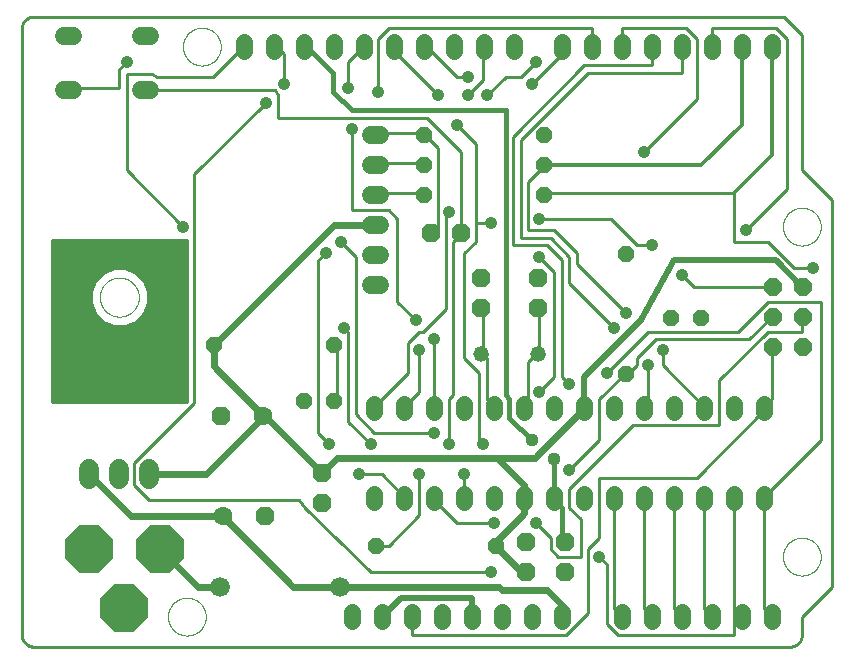
<source format=gtl>
G75*
%MOIN*%
%OFA0B0*%
%FSLAX25Y25*%
%IPPOS*%
%LPD*%
%AMOC8*
5,1,8,0,0,1.08239X$1,22.5*
%
%ADD10C,0.01000*%
%ADD11C,0.00000*%
%ADD12C,0.05600*%
%ADD13OC8,0.06102*%
%ADD14OC8,0.15748*%
%ADD15C,0.07677*%
%ADD16C,0.06600*%
%ADD17C,0.06600*%
%ADD18OC8,0.05200*%
%ADD19C,0.06000*%
%ADD20C,0.05200*%
%ADD21OC8,0.06300*%
%ADD22C,0.06300*%
%ADD23C,0.05937*%
%ADD24C,0.02400*%
%ADD25C,0.02000*%
%ADD26C,0.04362*%
%ADD27C,0.01600*%
%ADD28C,0.04400*%
%ADD29C,0.04200*%
%ADD30C,0.01200*%
D10*
X0081798Y0009437D02*
X0081798Y0211563D01*
X0081800Y0211687D01*
X0081806Y0211810D01*
X0081815Y0211934D01*
X0081829Y0212056D01*
X0081846Y0212179D01*
X0081868Y0212301D01*
X0081893Y0212422D01*
X0081922Y0212542D01*
X0081954Y0212661D01*
X0081991Y0212780D01*
X0082031Y0212897D01*
X0082074Y0213012D01*
X0082122Y0213127D01*
X0082173Y0213239D01*
X0082227Y0213350D01*
X0082285Y0213460D01*
X0082346Y0213567D01*
X0082411Y0213673D01*
X0082479Y0213776D01*
X0082550Y0213877D01*
X0082624Y0213976D01*
X0082701Y0214073D01*
X0082782Y0214167D01*
X0082865Y0214258D01*
X0082951Y0214347D01*
X0083040Y0214433D01*
X0083131Y0214516D01*
X0083225Y0214597D01*
X0083322Y0214674D01*
X0083421Y0214748D01*
X0083522Y0214819D01*
X0083625Y0214887D01*
X0083731Y0214952D01*
X0083838Y0215013D01*
X0083948Y0215071D01*
X0084059Y0215125D01*
X0084171Y0215176D01*
X0084286Y0215224D01*
X0084401Y0215267D01*
X0084518Y0215307D01*
X0084637Y0215344D01*
X0084756Y0215376D01*
X0084876Y0215405D01*
X0084997Y0215430D01*
X0085119Y0215452D01*
X0085242Y0215469D01*
X0085364Y0215483D01*
X0085488Y0215492D01*
X0085611Y0215498D01*
X0085735Y0215500D01*
X0335798Y0215500D01*
X0341798Y0209500D01*
X0341798Y0164500D01*
X0351798Y0154500D01*
X0351798Y0025500D01*
X0341798Y0015500D01*
X0341798Y0009437D01*
X0341796Y0009313D01*
X0341790Y0009190D01*
X0341781Y0009066D01*
X0341767Y0008944D01*
X0341750Y0008821D01*
X0341728Y0008699D01*
X0341703Y0008578D01*
X0341674Y0008458D01*
X0341642Y0008339D01*
X0341605Y0008220D01*
X0341565Y0008103D01*
X0341522Y0007988D01*
X0341474Y0007873D01*
X0341423Y0007761D01*
X0341369Y0007650D01*
X0341311Y0007540D01*
X0341250Y0007433D01*
X0341185Y0007327D01*
X0341117Y0007224D01*
X0341046Y0007123D01*
X0340972Y0007024D01*
X0340895Y0006927D01*
X0340814Y0006833D01*
X0340731Y0006742D01*
X0340645Y0006653D01*
X0340556Y0006567D01*
X0340465Y0006484D01*
X0340371Y0006403D01*
X0340274Y0006326D01*
X0340175Y0006252D01*
X0340074Y0006181D01*
X0339971Y0006113D01*
X0339865Y0006048D01*
X0339758Y0005987D01*
X0339648Y0005929D01*
X0339537Y0005875D01*
X0339425Y0005824D01*
X0339310Y0005776D01*
X0339195Y0005733D01*
X0339078Y0005693D01*
X0338959Y0005656D01*
X0338840Y0005624D01*
X0338720Y0005595D01*
X0338599Y0005570D01*
X0338477Y0005548D01*
X0338354Y0005531D01*
X0338232Y0005517D01*
X0338108Y0005508D01*
X0337985Y0005502D01*
X0337861Y0005500D01*
X0085735Y0005500D01*
X0085611Y0005502D01*
X0085488Y0005508D01*
X0085364Y0005517D01*
X0085242Y0005531D01*
X0085119Y0005548D01*
X0084997Y0005570D01*
X0084876Y0005595D01*
X0084756Y0005624D01*
X0084637Y0005656D01*
X0084518Y0005693D01*
X0084401Y0005733D01*
X0084286Y0005776D01*
X0084171Y0005824D01*
X0084059Y0005875D01*
X0083948Y0005929D01*
X0083838Y0005987D01*
X0083731Y0006048D01*
X0083625Y0006113D01*
X0083522Y0006181D01*
X0083421Y0006252D01*
X0083322Y0006326D01*
X0083225Y0006403D01*
X0083131Y0006484D01*
X0083040Y0006567D01*
X0082951Y0006653D01*
X0082865Y0006742D01*
X0082782Y0006833D01*
X0082701Y0006927D01*
X0082624Y0007024D01*
X0082550Y0007123D01*
X0082479Y0007224D01*
X0082411Y0007327D01*
X0082346Y0007433D01*
X0082285Y0007540D01*
X0082227Y0007650D01*
X0082173Y0007761D01*
X0082122Y0007873D01*
X0082074Y0007988D01*
X0082031Y0008103D01*
X0081991Y0008220D01*
X0081954Y0008339D01*
X0081922Y0008458D01*
X0081893Y0008578D01*
X0081868Y0008699D01*
X0081846Y0008821D01*
X0081829Y0008944D01*
X0081815Y0009066D01*
X0081806Y0009190D01*
X0081800Y0009313D01*
X0081798Y0009437D01*
X0124298Y0054250D02*
X0174298Y0054250D01*
X0176298Y0051750D01*
X0198048Y0030500D01*
X0238048Y0030500D01*
X0258048Y0038000D02*
X0258048Y0041750D01*
X0253048Y0046750D01*
X0264298Y0051750D02*
X0264298Y0058000D01*
X0285548Y0079250D01*
X0314298Y0079250D01*
X0314298Y0094250D01*
X0330548Y0110500D01*
X0341798Y0110500D01*
X0341798Y0115500D01*
X0342298Y0115500D01*
X0348048Y0120500D02*
X0330548Y0120500D01*
X0320548Y0110500D01*
X0290548Y0110500D01*
X0276798Y0096750D01*
X0283048Y0096750D02*
X0283298Y0096500D01*
X0284298Y0096750D01*
X0286798Y0099250D01*
X0286798Y0101750D01*
X0293048Y0108000D01*
X0324298Y0108000D01*
X0331798Y0115500D01*
X0332298Y0115500D01*
X0332298Y0125500D02*
X0305798Y0125500D01*
X0301798Y0129250D01*
X0291798Y0139250D02*
X0286798Y0139250D01*
X0278048Y0148000D01*
X0254298Y0148000D01*
X0250548Y0144250D02*
X0250548Y0160500D01*
X0255548Y0165500D01*
X0255798Y0166000D01*
X0256798Y0156750D02*
X0255798Y0156000D01*
X0256798Y0156750D02*
X0319298Y0156750D01*
X0319298Y0140500D01*
X0330548Y0140500D01*
X0339298Y0131750D01*
X0345548Y0131750D01*
X0348048Y0120500D02*
X0348048Y0074250D01*
X0329298Y0055500D01*
X0329298Y0055000D01*
X0329298Y0018000D01*
X0331798Y0015500D01*
X0321798Y0015500D02*
X0319298Y0018000D01*
X0319298Y0009250D01*
X0280548Y0009250D01*
X0276798Y0013000D01*
X0276798Y0033000D01*
X0274298Y0035500D01*
X0270548Y0038000D02*
X0270548Y0016750D01*
X0263048Y0009250D01*
X0211798Y0009250D01*
X0211798Y0015500D01*
X0204048Y0039000D02*
X0199798Y0039000D01*
X0204048Y0039000D02*
X0214298Y0049250D01*
X0214298Y0063000D01*
X0209298Y0055500D02*
X0209298Y0055000D01*
X0209298Y0055500D02*
X0201798Y0063000D01*
X0194298Y0063000D01*
X0198048Y0073000D02*
X0190548Y0080500D01*
X0190548Y0110500D01*
X0189298Y0111750D01*
X0186798Y0105500D02*
X0185798Y0106000D01*
X0186798Y0105500D02*
X0186798Y0088000D01*
X0185798Y0087500D01*
X0193048Y0083000D02*
X0199298Y0076750D01*
X0219298Y0076750D01*
X0224298Y0073000D02*
X0224298Y0088000D01*
X0225548Y0089250D01*
X0225548Y0140500D01*
X0228048Y0143000D01*
X0228298Y0143500D01*
X0228048Y0144250D01*
X0228048Y0170500D01*
X0216798Y0181750D01*
X0167298Y0181750D01*
X0167298Y0189250D01*
X0166048Y0191000D01*
X0124298Y0191000D01*
X0123098Y0191100D01*
X0125048Y0196250D02*
X0116798Y0196250D01*
X0116798Y0164250D01*
X0135548Y0145500D01*
X0136798Y0141000D02*
X0136798Y0087078D01*
X0136720Y0087000D01*
X0091798Y0087000D01*
X0091798Y0141000D01*
X0136798Y0141000D01*
X0136798Y0140299D02*
X0091798Y0140299D01*
X0091798Y0139301D02*
X0136798Y0139301D01*
X0136798Y0138302D02*
X0091798Y0138302D01*
X0091798Y0137303D02*
X0136798Y0137303D01*
X0136798Y0136305D02*
X0091798Y0136305D01*
X0091798Y0135306D02*
X0136798Y0135306D01*
X0136798Y0134308D02*
X0091798Y0134308D01*
X0091798Y0133309D02*
X0136798Y0133309D01*
X0136798Y0132311D02*
X0091798Y0132311D01*
X0091798Y0131312D02*
X0111694Y0131312D01*
X0112388Y0131600D02*
X0108860Y0130138D01*
X0106160Y0127438D01*
X0104698Y0123910D01*
X0104698Y0120090D01*
X0106160Y0116562D01*
X0108860Y0113862D01*
X0112388Y0112400D01*
X0116208Y0112400D01*
X0119736Y0113862D01*
X0122436Y0116562D01*
X0123898Y0120090D01*
X0123898Y0123910D01*
X0122436Y0127438D01*
X0119736Y0130138D01*
X0116208Y0131600D01*
X0112388Y0131600D01*
X0109284Y0130314D02*
X0091798Y0130314D01*
X0091798Y0129315D02*
X0108037Y0129315D01*
X0107038Y0128317D02*
X0091798Y0128317D01*
X0091798Y0127318D02*
X0106110Y0127318D01*
X0105696Y0126320D02*
X0091798Y0126320D01*
X0091798Y0125321D02*
X0105283Y0125321D01*
X0104869Y0124323D02*
X0091798Y0124323D01*
X0091798Y0123324D02*
X0104698Y0123324D01*
X0104698Y0122326D02*
X0091798Y0122326D01*
X0091798Y0121327D02*
X0104698Y0121327D01*
X0104698Y0120329D02*
X0091798Y0120329D01*
X0091798Y0119330D02*
X0105013Y0119330D01*
X0105426Y0118332D02*
X0091798Y0118332D01*
X0091798Y0117333D02*
X0105840Y0117333D01*
X0106387Y0116335D02*
X0091798Y0116335D01*
X0091798Y0115336D02*
X0107385Y0115336D01*
X0108384Y0114338D02*
X0091798Y0114338D01*
X0091798Y0113339D02*
X0110121Y0113339D01*
X0118475Y0113339D02*
X0136798Y0113339D01*
X0136798Y0112341D02*
X0091798Y0112341D01*
X0091798Y0111342D02*
X0136798Y0111342D01*
X0136798Y0110344D02*
X0091798Y0110344D01*
X0091798Y0109345D02*
X0136798Y0109345D01*
X0136798Y0108347D02*
X0091798Y0108347D01*
X0091798Y0107348D02*
X0136798Y0107348D01*
X0136798Y0106350D02*
X0091798Y0106350D01*
X0091798Y0105351D02*
X0136798Y0105351D01*
X0136798Y0104353D02*
X0091798Y0104353D01*
X0091798Y0103354D02*
X0136798Y0103354D01*
X0136798Y0102356D02*
X0091798Y0102356D01*
X0091798Y0101357D02*
X0136798Y0101357D01*
X0136798Y0100359D02*
X0091798Y0100359D01*
X0091798Y0099360D02*
X0136798Y0099360D01*
X0136798Y0098362D02*
X0091798Y0098362D01*
X0091798Y0097363D02*
X0136798Y0097363D01*
X0136798Y0096365D02*
X0091798Y0096365D01*
X0091798Y0095366D02*
X0136798Y0095366D01*
X0136798Y0094368D02*
X0091798Y0094368D01*
X0091798Y0093369D02*
X0136798Y0093369D01*
X0136798Y0092370D02*
X0091798Y0092370D01*
X0091798Y0091372D02*
X0136798Y0091372D01*
X0136798Y0090373D02*
X0091798Y0090373D01*
X0091798Y0089375D02*
X0136798Y0089375D01*
X0136798Y0088376D02*
X0091798Y0088376D01*
X0091798Y0087378D02*
X0136798Y0087378D01*
X0139298Y0086750D02*
X0119298Y0066750D01*
X0119298Y0059250D01*
X0124298Y0054250D01*
X0139298Y0086750D02*
X0139298Y0163000D01*
X0163048Y0186750D01*
X0169298Y0193000D02*
X0169298Y0203000D01*
X0166798Y0205500D01*
X0165798Y0205500D01*
X0155798Y0205500D02*
X0155548Y0205500D01*
X0145548Y0195500D01*
X0126798Y0195500D01*
X0125048Y0196250D01*
X0116798Y0200500D02*
X0114298Y0198000D01*
X0114298Y0191750D01*
X0098048Y0191750D01*
X0097498Y0191100D01*
X0190548Y0191750D02*
X0190548Y0200500D01*
X0195548Y0205500D01*
X0195798Y0205500D01*
X0200548Y0208000D02*
X0204298Y0211750D01*
X0271798Y0211750D01*
X0271798Y0205500D01*
X0281798Y0205500D02*
X0281798Y0211750D01*
X0303048Y0211750D01*
X0306798Y0208000D01*
X0306798Y0188000D01*
X0289298Y0170500D01*
X0270548Y0196750D02*
X0248048Y0174250D01*
X0248048Y0141750D01*
X0258048Y0141750D01*
X0264298Y0135500D01*
X0264298Y0126750D01*
X0279298Y0111750D01*
X0283048Y0116750D02*
X0266798Y0133000D01*
X0266798Y0136750D01*
X0259298Y0144250D01*
X0250548Y0144250D01*
X0245548Y0139250D02*
X0245548Y0175500D01*
X0269298Y0199250D01*
X0291798Y0199250D01*
X0291798Y0205500D01*
X0301798Y0205500D02*
X0301798Y0196750D01*
X0270548Y0196750D01*
X0261798Y0203000D02*
X0261798Y0205500D01*
X0261798Y0203000D02*
X0251798Y0193000D01*
X0248048Y0195500D02*
X0243048Y0195500D01*
X0236798Y0189250D01*
X0235548Y0194250D02*
X0230548Y0189250D01*
X0235548Y0194250D02*
X0235548Y0205500D01*
X0235798Y0205500D01*
X0230548Y0195500D02*
X0226798Y0195500D01*
X0216798Y0205500D01*
X0215798Y0205500D01*
X0206798Y0205500D02*
X0206798Y0203000D01*
X0220548Y0189250D01*
X0226798Y0179250D02*
X0233048Y0173000D01*
X0233048Y0146750D01*
X0238048Y0146750D01*
X0233048Y0146750D02*
X0233048Y0140500D01*
X0229298Y0136750D01*
X0229298Y0101750D01*
X0234298Y0096750D01*
X0234298Y0074250D01*
X0235548Y0073000D01*
X0229298Y0063000D02*
X0229298Y0055000D01*
X0226798Y0046750D02*
X0219298Y0054250D01*
X0219298Y0055000D01*
X0226798Y0046750D02*
X0239298Y0046750D01*
X0258048Y0038000D02*
X0260548Y0035500D01*
X0268048Y0035500D01*
X0268048Y0048000D01*
X0264298Y0051750D01*
X0279298Y0055000D02*
X0279298Y0018000D01*
X0281798Y0015500D01*
X0289298Y0018000D02*
X0291798Y0015500D01*
X0289298Y0018000D02*
X0289298Y0055000D01*
X0299298Y0055000D02*
X0299298Y0018000D01*
X0301798Y0015500D01*
X0309298Y0018000D02*
X0309298Y0055000D01*
X0319298Y0055000D02*
X0319298Y0018000D01*
X0311798Y0015500D02*
X0309298Y0018000D01*
X0274298Y0041750D02*
X0270548Y0038000D01*
X0274298Y0041750D02*
X0274298Y0061750D01*
X0306798Y0061750D01*
X0329298Y0084250D01*
X0329298Y0085000D01*
X0329298Y0085500D01*
X0331798Y0088000D01*
X0331798Y0105500D01*
X0332298Y0105500D01*
X0309298Y0085500D02*
X0309298Y0085000D01*
X0309298Y0085500D02*
X0295548Y0099250D01*
X0295548Y0104250D01*
X0290548Y0099250D02*
X0290548Y0086750D01*
X0289298Y0085500D01*
X0289298Y0085000D01*
X0283048Y0096750D02*
X0274298Y0088000D01*
X0274298Y0074250D01*
X0264298Y0064250D01*
X0249298Y0085000D02*
X0249298Y0085500D01*
X0250548Y0086750D01*
X0250548Y0100500D01*
X0253048Y0103000D01*
X0253798Y0103000D01*
X0254298Y0103000D01*
X0254298Y0118000D01*
X0253798Y0118500D01*
X0235548Y0118000D02*
X0234798Y0118500D01*
X0235548Y0118000D02*
X0235548Y0103000D01*
X0234798Y0103000D01*
X0235548Y0103000D02*
X0236798Y0101750D01*
X0236798Y0088000D01*
X0239298Y0085500D01*
X0239298Y0085000D01*
X0254298Y0090500D02*
X0259298Y0095500D01*
X0259298Y0130500D01*
X0254298Y0135500D01*
X0256798Y0139250D02*
X0245548Y0139250D01*
X0256798Y0139250D02*
X0261798Y0134250D01*
X0261798Y0095500D01*
X0264298Y0093000D01*
X0219298Y0085000D02*
X0219298Y0108000D01*
X0215548Y0110500D02*
X0223048Y0118000D01*
X0223048Y0149250D01*
X0224298Y0150500D01*
X0220548Y0145500D02*
X0220548Y0171750D01*
X0216798Y0175500D01*
X0215798Y0176000D01*
X0215548Y0176750D01*
X0200548Y0176750D01*
X0199798Y0176000D01*
X0191798Y0178000D02*
X0191798Y0151000D01*
X0204298Y0151000D01*
X0206798Y0148000D01*
X0206798Y0120500D01*
X0213048Y0114250D01*
X0214298Y0110500D02*
X0215548Y0110500D01*
X0214298Y0110500D02*
X0210548Y0106750D01*
X0210548Y0096750D01*
X0199298Y0085500D01*
X0199298Y0085000D01*
X0193048Y0083000D02*
X0193048Y0135500D01*
X0188048Y0140500D01*
X0183048Y0136750D02*
X0180548Y0134250D01*
X0180548Y0076750D01*
X0184298Y0073000D01*
X0209298Y0085000D02*
X0209298Y0085500D01*
X0214298Y0090500D01*
X0214298Y0104250D01*
X0218298Y0143500D02*
X0219298Y0144250D01*
X0220548Y0145500D01*
X0215548Y0156750D02*
X0200548Y0156750D01*
X0199798Y0156000D01*
X0199798Y0166000D02*
X0200548Y0166750D01*
X0215548Y0166750D01*
X0200548Y0190500D02*
X0200548Y0208000D01*
X0205798Y0205500D02*
X0206798Y0205500D01*
X0248048Y0195500D02*
X0253048Y0200500D01*
X0311798Y0205500D02*
X0311798Y0211750D01*
X0333048Y0211750D01*
X0336798Y0208000D01*
X0336798Y0158000D01*
X0323048Y0144250D01*
X0136798Y0131312D02*
X0116902Y0131312D01*
X0119312Y0130314D02*
X0136798Y0130314D01*
X0136798Y0129315D02*
X0120559Y0129315D01*
X0121558Y0128317D02*
X0136798Y0128317D01*
X0136798Y0127318D02*
X0122486Y0127318D01*
X0122900Y0126320D02*
X0136798Y0126320D01*
X0136798Y0125321D02*
X0123313Y0125321D01*
X0123727Y0124323D02*
X0136798Y0124323D01*
X0136798Y0123324D02*
X0123898Y0123324D01*
X0123898Y0122326D02*
X0136798Y0122326D01*
X0136798Y0121327D02*
X0123898Y0121327D01*
X0123898Y0120329D02*
X0136798Y0120329D01*
X0136798Y0119330D02*
X0123583Y0119330D01*
X0123170Y0118332D02*
X0136798Y0118332D01*
X0136798Y0117333D02*
X0122756Y0117333D01*
X0122209Y0116335D02*
X0136798Y0116335D01*
X0136798Y0115336D02*
X0121211Y0115336D01*
X0120212Y0114338D02*
X0136798Y0114338D01*
D11*
X0107798Y0122000D02*
X0107800Y0122161D01*
X0107806Y0122321D01*
X0107816Y0122482D01*
X0107830Y0122642D01*
X0107848Y0122802D01*
X0107869Y0122961D01*
X0107895Y0123120D01*
X0107925Y0123278D01*
X0107958Y0123435D01*
X0107996Y0123592D01*
X0108037Y0123747D01*
X0108082Y0123901D01*
X0108131Y0124054D01*
X0108184Y0124206D01*
X0108240Y0124357D01*
X0108301Y0124506D01*
X0108364Y0124654D01*
X0108432Y0124800D01*
X0108503Y0124944D01*
X0108577Y0125086D01*
X0108655Y0125227D01*
X0108737Y0125365D01*
X0108822Y0125502D01*
X0108910Y0125636D01*
X0109002Y0125768D01*
X0109097Y0125898D01*
X0109195Y0126026D01*
X0109296Y0126151D01*
X0109400Y0126273D01*
X0109507Y0126393D01*
X0109617Y0126510D01*
X0109730Y0126625D01*
X0109846Y0126736D01*
X0109965Y0126845D01*
X0110086Y0126950D01*
X0110210Y0127053D01*
X0110336Y0127153D01*
X0110464Y0127249D01*
X0110595Y0127342D01*
X0110729Y0127432D01*
X0110864Y0127519D01*
X0111002Y0127602D01*
X0111141Y0127682D01*
X0111283Y0127758D01*
X0111426Y0127831D01*
X0111571Y0127900D01*
X0111718Y0127966D01*
X0111866Y0128028D01*
X0112016Y0128086D01*
X0112167Y0128141D01*
X0112320Y0128192D01*
X0112474Y0128239D01*
X0112629Y0128282D01*
X0112785Y0128321D01*
X0112941Y0128357D01*
X0113099Y0128388D01*
X0113257Y0128416D01*
X0113416Y0128440D01*
X0113576Y0128460D01*
X0113736Y0128476D01*
X0113896Y0128488D01*
X0114057Y0128496D01*
X0114218Y0128500D01*
X0114378Y0128500D01*
X0114539Y0128496D01*
X0114700Y0128488D01*
X0114860Y0128476D01*
X0115020Y0128460D01*
X0115180Y0128440D01*
X0115339Y0128416D01*
X0115497Y0128388D01*
X0115655Y0128357D01*
X0115811Y0128321D01*
X0115967Y0128282D01*
X0116122Y0128239D01*
X0116276Y0128192D01*
X0116429Y0128141D01*
X0116580Y0128086D01*
X0116730Y0128028D01*
X0116878Y0127966D01*
X0117025Y0127900D01*
X0117170Y0127831D01*
X0117313Y0127758D01*
X0117455Y0127682D01*
X0117594Y0127602D01*
X0117732Y0127519D01*
X0117867Y0127432D01*
X0118001Y0127342D01*
X0118132Y0127249D01*
X0118260Y0127153D01*
X0118386Y0127053D01*
X0118510Y0126950D01*
X0118631Y0126845D01*
X0118750Y0126736D01*
X0118866Y0126625D01*
X0118979Y0126510D01*
X0119089Y0126393D01*
X0119196Y0126273D01*
X0119300Y0126151D01*
X0119401Y0126026D01*
X0119499Y0125898D01*
X0119594Y0125768D01*
X0119686Y0125636D01*
X0119774Y0125502D01*
X0119859Y0125365D01*
X0119941Y0125227D01*
X0120019Y0125086D01*
X0120093Y0124944D01*
X0120164Y0124800D01*
X0120232Y0124654D01*
X0120295Y0124506D01*
X0120356Y0124357D01*
X0120412Y0124206D01*
X0120465Y0124054D01*
X0120514Y0123901D01*
X0120559Y0123747D01*
X0120600Y0123592D01*
X0120638Y0123435D01*
X0120671Y0123278D01*
X0120701Y0123120D01*
X0120727Y0122961D01*
X0120748Y0122802D01*
X0120766Y0122642D01*
X0120780Y0122482D01*
X0120790Y0122321D01*
X0120796Y0122161D01*
X0120798Y0122000D01*
X0120796Y0121839D01*
X0120790Y0121679D01*
X0120780Y0121518D01*
X0120766Y0121358D01*
X0120748Y0121198D01*
X0120727Y0121039D01*
X0120701Y0120880D01*
X0120671Y0120722D01*
X0120638Y0120565D01*
X0120600Y0120408D01*
X0120559Y0120253D01*
X0120514Y0120099D01*
X0120465Y0119946D01*
X0120412Y0119794D01*
X0120356Y0119643D01*
X0120295Y0119494D01*
X0120232Y0119346D01*
X0120164Y0119200D01*
X0120093Y0119056D01*
X0120019Y0118914D01*
X0119941Y0118773D01*
X0119859Y0118635D01*
X0119774Y0118498D01*
X0119686Y0118364D01*
X0119594Y0118232D01*
X0119499Y0118102D01*
X0119401Y0117974D01*
X0119300Y0117849D01*
X0119196Y0117727D01*
X0119089Y0117607D01*
X0118979Y0117490D01*
X0118866Y0117375D01*
X0118750Y0117264D01*
X0118631Y0117155D01*
X0118510Y0117050D01*
X0118386Y0116947D01*
X0118260Y0116847D01*
X0118132Y0116751D01*
X0118001Y0116658D01*
X0117867Y0116568D01*
X0117732Y0116481D01*
X0117594Y0116398D01*
X0117455Y0116318D01*
X0117313Y0116242D01*
X0117170Y0116169D01*
X0117025Y0116100D01*
X0116878Y0116034D01*
X0116730Y0115972D01*
X0116580Y0115914D01*
X0116429Y0115859D01*
X0116276Y0115808D01*
X0116122Y0115761D01*
X0115967Y0115718D01*
X0115811Y0115679D01*
X0115655Y0115643D01*
X0115497Y0115612D01*
X0115339Y0115584D01*
X0115180Y0115560D01*
X0115020Y0115540D01*
X0114860Y0115524D01*
X0114700Y0115512D01*
X0114539Y0115504D01*
X0114378Y0115500D01*
X0114218Y0115500D01*
X0114057Y0115504D01*
X0113896Y0115512D01*
X0113736Y0115524D01*
X0113576Y0115540D01*
X0113416Y0115560D01*
X0113257Y0115584D01*
X0113099Y0115612D01*
X0112941Y0115643D01*
X0112785Y0115679D01*
X0112629Y0115718D01*
X0112474Y0115761D01*
X0112320Y0115808D01*
X0112167Y0115859D01*
X0112016Y0115914D01*
X0111866Y0115972D01*
X0111718Y0116034D01*
X0111571Y0116100D01*
X0111426Y0116169D01*
X0111283Y0116242D01*
X0111141Y0116318D01*
X0111002Y0116398D01*
X0110864Y0116481D01*
X0110729Y0116568D01*
X0110595Y0116658D01*
X0110464Y0116751D01*
X0110336Y0116847D01*
X0110210Y0116947D01*
X0110086Y0117050D01*
X0109965Y0117155D01*
X0109846Y0117264D01*
X0109730Y0117375D01*
X0109617Y0117490D01*
X0109507Y0117607D01*
X0109400Y0117727D01*
X0109296Y0117849D01*
X0109195Y0117974D01*
X0109097Y0118102D01*
X0109002Y0118232D01*
X0108910Y0118364D01*
X0108822Y0118498D01*
X0108737Y0118635D01*
X0108655Y0118773D01*
X0108577Y0118914D01*
X0108503Y0119056D01*
X0108432Y0119200D01*
X0108364Y0119346D01*
X0108301Y0119494D01*
X0108240Y0119643D01*
X0108184Y0119794D01*
X0108131Y0119946D01*
X0108082Y0120099D01*
X0108037Y0120253D01*
X0107996Y0120408D01*
X0107958Y0120565D01*
X0107925Y0120722D01*
X0107895Y0120880D01*
X0107869Y0121039D01*
X0107848Y0121198D01*
X0107830Y0121358D01*
X0107816Y0121518D01*
X0107806Y0121679D01*
X0107800Y0121839D01*
X0107798Y0122000D01*
X0135499Y0205500D02*
X0135501Y0205658D01*
X0135507Y0205816D01*
X0135517Y0205974D01*
X0135531Y0206132D01*
X0135549Y0206289D01*
X0135570Y0206446D01*
X0135596Y0206602D01*
X0135626Y0206758D01*
X0135659Y0206913D01*
X0135697Y0207066D01*
X0135738Y0207219D01*
X0135783Y0207371D01*
X0135832Y0207522D01*
X0135885Y0207671D01*
X0135941Y0207819D01*
X0136001Y0207965D01*
X0136065Y0208110D01*
X0136133Y0208253D01*
X0136204Y0208395D01*
X0136278Y0208535D01*
X0136356Y0208672D01*
X0136438Y0208808D01*
X0136522Y0208942D01*
X0136611Y0209073D01*
X0136702Y0209202D01*
X0136797Y0209329D01*
X0136894Y0209454D01*
X0136995Y0209576D01*
X0137099Y0209695D01*
X0137206Y0209812D01*
X0137316Y0209926D01*
X0137429Y0210037D01*
X0137544Y0210146D01*
X0137662Y0210251D01*
X0137783Y0210353D01*
X0137906Y0210453D01*
X0138032Y0210549D01*
X0138160Y0210642D01*
X0138290Y0210732D01*
X0138423Y0210818D01*
X0138558Y0210902D01*
X0138694Y0210981D01*
X0138833Y0211058D01*
X0138974Y0211130D01*
X0139116Y0211200D01*
X0139260Y0211265D01*
X0139406Y0211327D01*
X0139553Y0211385D01*
X0139702Y0211440D01*
X0139852Y0211491D01*
X0140003Y0211538D01*
X0140155Y0211581D01*
X0140308Y0211620D01*
X0140463Y0211656D01*
X0140618Y0211687D01*
X0140774Y0211715D01*
X0140930Y0211739D01*
X0141087Y0211759D01*
X0141245Y0211775D01*
X0141402Y0211787D01*
X0141561Y0211795D01*
X0141719Y0211799D01*
X0141877Y0211799D01*
X0142035Y0211795D01*
X0142194Y0211787D01*
X0142351Y0211775D01*
X0142509Y0211759D01*
X0142666Y0211739D01*
X0142822Y0211715D01*
X0142978Y0211687D01*
X0143133Y0211656D01*
X0143288Y0211620D01*
X0143441Y0211581D01*
X0143593Y0211538D01*
X0143744Y0211491D01*
X0143894Y0211440D01*
X0144043Y0211385D01*
X0144190Y0211327D01*
X0144336Y0211265D01*
X0144480Y0211200D01*
X0144622Y0211130D01*
X0144763Y0211058D01*
X0144902Y0210981D01*
X0145038Y0210902D01*
X0145173Y0210818D01*
X0145306Y0210732D01*
X0145436Y0210642D01*
X0145564Y0210549D01*
X0145690Y0210453D01*
X0145813Y0210353D01*
X0145934Y0210251D01*
X0146052Y0210146D01*
X0146167Y0210037D01*
X0146280Y0209926D01*
X0146390Y0209812D01*
X0146497Y0209695D01*
X0146601Y0209576D01*
X0146702Y0209454D01*
X0146799Y0209329D01*
X0146894Y0209202D01*
X0146985Y0209073D01*
X0147074Y0208942D01*
X0147158Y0208808D01*
X0147240Y0208672D01*
X0147318Y0208535D01*
X0147392Y0208395D01*
X0147463Y0208253D01*
X0147531Y0208110D01*
X0147595Y0207965D01*
X0147655Y0207819D01*
X0147711Y0207671D01*
X0147764Y0207522D01*
X0147813Y0207371D01*
X0147858Y0207219D01*
X0147899Y0207066D01*
X0147937Y0206913D01*
X0147970Y0206758D01*
X0148000Y0206602D01*
X0148026Y0206446D01*
X0148047Y0206289D01*
X0148065Y0206132D01*
X0148079Y0205974D01*
X0148089Y0205816D01*
X0148095Y0205658D01*
X0148097Y0205500D01*
X0148095Y0205342D01*
X0148089Y0205184D01*
X0148079Y0205026D01*
X0148065Y0204868D01*
X0148047Y0204711D01*
X0148026Y0204554D01*
X0148000Y0204398D01*
X0147970Y0204242D01*
X0147937Y0204087D01*
X0147899Y0203934D01*
X0147858Y0203781D01*
X0147813Y0203629D01*
X0147764Y0203478D01*
X0147711Y0203329D01*
X0147655Y0203181D01*
X0147595Y0203035D01*
X0147531Y0202890D01*
X0147463Y0202747D01*
X0147392Y0202605D01*
X0147318Y0202465D01*
X0147240Y0202328D01*
X0147158Y0202192D01*
X0147074Y0202058D01*
X0146985Y0201927D01*
X0146894Y0201798D01*
X0146799Y0201671D01*
X0146702Y0201546D01*
X0146601Y0201424D01*
X0146497Y0201305D01*
X0146390Y0201188D01*
X0146280Y0201074D01*
X0146167Y0200963D01*
X0146052Y0200854D01*
X0145934Y0200749D01*
X0145813Y0200647D01*
X0145690Y0200547D01*
X0145564Y0200451D01*
X0145436Y0200358D01*
X0145306Y0200268D01*
X0145173Y0200182D01*
X0145038Y0200098D01*
X0144902Y0200019D01*
X0144763Y0199942D01*
X0144622Y0199870D01*
X0144480Y0199800D01*
X0144336Y0199735D01*
X0144190Y0199673D01*
X0144043Y0199615D01*
X0143894Y0199560D01*
X0143744Y0199509D01*
X0143593Y0199462D01*
X0143441Y0199419D01*
X0143288Y0199380D01*
X0143133Y0199344D01*
X0142978Y0199313D01*
X0142822Y0199285D01*
X0142666Y0199261D01*
X0142509Y0199241D01*
X0142351Y0199225D01*
X0142194Y0199213D01*
X0142035Y0199205D01*
X0141877Y0199201D01*
X0141719Y0199201D01*
X0141561Y0199205D01*
X0141402Y0199213D01*
X0141245Y0199225D01*
X0141087Y0199241D01*
X0140930Y0199261D01*
X0140774Y0199285D01*
X0140618Y0199313D01*
X0140463Y0199344D01*
X0140308Y0199380D01*
X0140155Y0199419D01*
X0140003Y0199462D01*
X0139852Y0199509D01*
X0139702Y0199560D01*
X0139553Y0199615D01*
X0139406Y0199673D01*
X0139260Y0199735D01*
X0139116Y0199800D01*
X0138974Y0199870D01*
X0138833Y0199942D01*
X0138694Y0200019D01*
X0138558Y0200098D01*
X0138423Y0200182D01*
X0138290Y0200268D01*
X0138160Y0200358D01*
X0138032Y0200451D01*
X0137906Y0200547D01*
X0137783Y0200647D01*
X0137662Y0200749D01*
X0137544Y0200854D01*
X0137429Y0200963D01*
X0137316Y0201074D01*
X0137206Y0201188D01*
X0137099Y0201305D01*
X0136995Y0201424D01*
X0136894Y0201546D01*
X0136797Y0201671D01*
X0136702Y0201798D01*
X0136611Y0201927D01*
X0136522Y0202058D01*
X0136438Y0202192D01*
X0136356Y0202328D01*
X0136278Y0202465D01*
X0136204Y0202605D01*
X0136133Y0202747D01*
X0136065Y0202890D01*
X0136001Y0203035D01*
X0135941Y0203181D01*
X0135885Y0203329D01*
X0135832Y0203478D01*
X0135783Y0203629D01*
X0135738Y0203781D01*
X0135697Y0203934D01*
X0135659Y0204087D01*
X0135626Y0204242D01*
X0135596Y0204398D01*
X0135570Y0204554D01*
X0135549Y0204711D01*
X0135531Y0204868D01*
X0135517Y0205026D01*
X0135507Y0205184D01*
X0135501Y0205342D01*
X0135499Y0205500D01*
X0335499Y0145500D02*
X0335501Y0145658D01*
X0335507Y0145816D01*
X0335517Y0145974D01*
X0335531Y0146132D01*
X0335549Y0146289D01*
X0335570Y0146446D01*
X0335596Y0146602D01*
X0335626Y0146758D01*
X0335659Y0146913D01*
X0335697Y0147066D01*
X0335738Y0147219D01*
X0335783Y0147371D01*
X0335832Y0147522D01*
X0335885Y0147671D01*
X0335941Y0147819D01*
X0336001Y0147965D01*
X0336065Y0148110D01*
X0336133Y0148253D01*
X0336204Y0148395D01*
X0336278Y0148535D01*
X0336356Y0148672D01*
X0336438Y0148808D01*
X0336522Y0148942D01*
X0336611Y0149073D01*
X0336702Y0149202D01*
X0336797Y0149329D01*
X0336894Y0149454D01*
X0336995Y0149576D01*
X0337099Y0149695D01*
X0337206Y0149812D01*
X0337316Y0149926D01*
X0337429Y0150037D01*
X0337544Y0150146D01*
X0337662Y0150251D01*
X0337783Y0150353D01*
X0337906Y0150453D01*
X0338032Y0150549D01*
X0338160Y0150642D01*
X0338290Y0150732D01*
X0338423Y0150818D01*
X0338558Y0150902D01*
X0338694Y0150981D01*
X0338833Y0151058D01*
X0338974Y0151130D01*
X0339116Y0151200D01*
X0339260Y0151265D01*
X0339406Y0151327D01*
X0339553Y0151385D01*
X0339702Y0151440D01*
X0339852Y0151491D01*
X0340003Y0151538D01*
X0340155Y0151581D01*
X0340308Y0151620D01*
X0340463Y0151656D01*
X0340618Y0151687D01*
X0340774Y0151715D01*
X0340930Y0151739D01*
X0341087Y0151759D01*
X0341245Y0151775D01*
X0341402Y0151787D01*
X0341561Y0151795D01*
X0341719Y0151799D01*
X0341877Y0151799D01*
X0342035Y0151795D01*
X0342194Y0151787D01*
X0342351Y0151775D01*
X0342509Y0151759D01*
X0342666Y0151739D01*
X0342822Y0151715D01*
X0342978Y0151687D01*
X0343133Y0151656D01*
X0343288Y0151620D01*
X0343441Y0151581D01*
X0343593Y0151538D01*
X0343744Y0151491D01*
X0343894Y0151440D01*
X0344043Y0151385D01*
X0344190Y0151327D01*
X0344336Y0151265D01*
X0344480Y0151200D01*
X0344622Y0151130D01*
X0344763Y0151058D01*
X0344902Y0150981D01*
X0345038Y0150902D01*
X0345173Y0150818D01*
X0345306Y0150732D01*
X0345436Y0150642D01*
X0345564Y0150549D01*
X0345690Y0150453D01*
X0345813Y0150353D01*
X0345934Y0150251D01*
X0346052Y0150146D01*
X0346167Y0150037D01*
X0346280Y0149926D01*
X0346390Y0149812D01*
X0346497Y0149695D01*
X0346601Y0149576D01*
X0346702Y0149454D01*
X0346799Y0149329D01*
X0346894Y0149202D01*
X0346985Y0149073D01*
X0347074Y0148942D01*
X0347158Y0148808D01*
X0347240Y0148672D01*
X0347318Y0148535D01*
X0347392Y0148395D01*
X0347463Y0148253D01*
X0347531Y0148110D01*
X0347595Y0147965D01*
X0347655Y0147819D01*
X0347711Y0147671D01*
X0347764Y0147522D01*
X0347813Y0147371D01*
X0347858Y0147219D01*
X0347899Y0147066D01*
X0347937Y0146913D01*
X0347970Y0146758D01*
X0348000Y0146602D01*
X0348026Y0146446D01*
X0348047Y0146289D01*
X0348065Y0146132D01*
X0348079Y0145974D01*
X0348089Y0145816D01*
X0348095Y0145658D01*
X0348097Y0145500D01*
X0348095Y0145342D01*
X0348089Y0145184D01*
X0348079Y0145026D01*
X0348065Y0144868D01*
X0348047Y0144711D01*
X0348026Y0144554D01*
X0348000Y0144398D01*
X0347970Y0144242D01*
X0347937Y0144087D01*
X0347899Y0143934D01*
X0347858Y0143781D01*
X0347813Y0143629D01*
X0347764Y0143478D01*
X0347711Y0143329D01*
X0347655Y0143181D01*
X0347595Y0143035D01*
X0347531Y0142890D01*
X0347463Y0142747D01*
X0347392Y0142605D01*
X0347318Y0142465D01*
X0347240Y0142328D01*
X0347158Y0142192D01*
X0347074Y0142058D01*
X0346985Y0141927D01*
X0346894Y0141798D01*
X0346799Y0141671D01*
X0346702Y0141546D01*
X0346601Y0141424D01*
X0346497Y0141305D01*
X0346390Y0141188D01*
X0346280Y0141074D01*
X0346167Y0140963D01*
X0346052Y0140854D01*
X0345934Y0140749D01*
X0345813Y0140647D01*
X0345690Y0140547D01*
X0345564Y0140451D01*
X0345436Y0140358D01*
X0345306Y0140268D01*
X0345173Y0140182D01*
X0345038Y0140098D01*
X0344902Y0140019D01*
X0344763Y0139942D01*
X0344622Y0139870D01*
X0344480Y0139800D01*
X0344336Y0139735D01*
X0344190Y0139673D01*
X0344043Y0139615D01*
X0343894Y0139560D01*
X0343744Y0139509D01*
X0343593Y0139462D01*
X0343441Y0139419D01*
X0343288Y0139380D01*
X0343133Y0139344D01*
X0342978Y0139313D01*
X0342822Y0139285D01*
X0342666Y0139261D01*
X0342509Y0139241D01*
X0342351Y0139225D01*
X0342194Y0139213D01*
X0342035Y0139205D01*
X0341877Y0139201D01*
X0341719Y0139201D01*
X0341561Y0139205D01*
X0341402Y0139213D01*
X0341245Y0139225D01*
X0341087Y0139241D01*
X0340930Y0139261D01*
X0340774Y0139285D01*
X0340618Y0139313D01*
X0340463Y0139344D01*
X0340308Y0139380D01*
X0340155Y0139419D01*
X0340003Y0139462D01*
X0339852Y0139509D01*
X0339702Y0139560D01*
X0339553Y0139615D01*
X0339406Y0139673D01*
X0339260Y0139735D01*
X0339116Y0139800D01*
X0338974Y0139870D01*
X0338833Y0139942D01*
X0338694Y0140019D01*
X0338558Y0140098D01*
X0338423Y0140182D01*
X0338290Y0140268D01*
X0338160Y0140358D01*
X0338032Y0140451D01*
X0337906Y0140547D01*
X0337783Y0140647D01*
X0337662Y0140749D01*
X0337544Y0140854D01*
X0337429Y0140963D01*
X0337316Y0141074D01*
X0337206Y0141188D01*
X0337099Y0141305D01*
X0336995Y0141424D01*
X0336894Y0141546D01*
X0336797Y0141671D01*
X0336702Y0141798D01*
X0336611Y0141927D01*
X0336522Y0142058D01*
X0336438Y0142192D01*
X0336356Y0142328D01*
X0336278Y0142465D01*
X0336204Y0142605D01*
X0336133Y0142747D01*
X0336065Y0142890D01*
X0336001Y0143035D01*
X0335941Y0143181D01*
X0335885Y0143329D01*
X0335832Y0143478D01*
X0335783Y0143629D01*
X0335738Y0143781D01*
X0335697Y0143934D01*
X0335659Y0144087D01*
X0335626Y0144242D01*
X0335596Y0144398D01*
X0335570Y0144554D01*
X0335549Y0144711D01*
X0335531Y0144868D01*
X0335517Y0145026D01*
X0335507Y0145184D01*
X0335501Y0145342D01*
X0335499Y0145500D01*
X0335499Y0035500D02*
X0335501Y0035658D01*
X0335507Y0035816D01*
X0335517Y0035974D01*
X0335531Y0036132D01*
X0335549Y0036289D01*
X0335570Y0036446D01*
X0335596Y0036602D01*
X0335626Y0036758D01*
X0335659Y0036913D01*
X0335697Y0037066D01*
X0335738Y0037219D01*
X0335783Y0037371D01*
X0335832Y0037522D01*
X0335885Y0037671D01*
X0335941Y0037819D01*
X0336001Y0037965D01*
X0336065Y0038110D01*
X0336133Y0038253D01*
X0336204Y0038395D01*
X0336278Y0038535D01*
X0336356Y0038672D01*
X0336438Y0038808D01*
X0336522Y0038942D01*
X0336611Y0039073D01*
X0336702Y0039202D01*
X0336797Y0039329D01*
X0336894Y0039454D01*
X0336995Y0039576D01*
X0337099Y0039695D01*
X0337206Y0039812D01*
X0337316Y0039926D01*
X0337429Y0040037D01*
X0337544Y0040146D01*
X0337662Y0040251D01*
X0337783Y0040353D01*
X0337906Y0040453D01*
X0338032Y0040549D01*
X0338160Y0040642D01*
X0338290Y0040732D01*
X0338423Y0040818D01*
X0338558Y0040902D01*
X0338694Y0040981D01*
X0338833Y0041058D01*
X0338974Y0041130D01*
X0339116Y0041200D01*
X0339260Y0041265D01*
X0339406Y0041327D01*
X0339553Y0041385D01*
X0339702Y0041440D01*
X0339852Y0041491D01*
X0340003Y0041538D01*
X0340155Y0041581D01*
X0340308Y0041620D01*
X0340463Y0041656D01*
X0340618Y0041687D01*
X0340774Y0041715D01*
X0340930Y0041739D01*
X0341087Y0041759D01*
X0341245Y0041775D01*
X0341402Y0041787D01*
X0341561Y0041795D01*
X0341719Y0041799D01*
X0341877Y0041799D01*
X0342035Y0041795D01*
X0342194Y0041787D01*
X0342351Y0041775D01*
X0342509Y0041759D01*
X0342666Y0041739D01*
X0342822Y0041715D01*
X0342978Y0041687D01*
X0343133Y0041656D01*
X0343288Y0041620D01*
X0343441Y0041581D01*
X0343593Y0041538D01*
X0343744Y0041491D01*
X0343894Y0041440D01*
X0344043Y0041385D01*
X0344190Y0041327D01*
X0344336Y0041265D01*
X0344480Y0041200D01*
X0344622Y0041130D01*
X0344763Y0041058D01*
X0344902Y0040981D01*
X0345038Y0040902D01*
X0345173Y0040818D01*
X0345306Y0040732D01*
X0345436Y0040642D01*
X0345564Y0040549D01*
X0345690Y0040453D01*
X0345813Y0040353D01*
X0345934Y0040251D01*
X0346052Y0040146D01*
X0346167Y0040037D01*
X0346280Y0039926D01*
X0346390Y0039812D01*
X0346497Y0039695D01*
X0346601Y0039576D01*
X0346702Y0039454D01*
X0346799Y0039329D01*
X0346894Y0039202D01*
X0346985Y0039073D01*
X0347074Y0038942D01*
X0347158Y0038808D01*
X0347240Y0038672D01*
X0347318Y0038535D01*
X0347392Y0038395D01*
X0347463Y0038253D01*
X0347531Y0038110D01*
X0347595Y0037965D01*
X0347655Y0037819D01*
X0347711Y0037671D01*
X0347764Y0037522D01*
X0347813Y0037371D01*
X0347858Y0037219D01*
X0347899Y0037066D01*
X0347937Y0036913D01*
X0347970Y0036758D01*
X0348000Y0036602D01*
X0348026Y0036446D01*
X0348047Y0036289D01*
X0348065Y0036132D01*
X0348079Y0035974D01*
X0348089Y0035816D01*
X0348095Y0035658D01*
X0348097Y0035500D01*
X0348095Y0035342D01*
X0348089Y0035184D01*
X0348079Y0035026D01*
X0348065Y0034868D01*
X0348047Y0034711D01*
X0348026Y0034554D01*
X0348000Y0034398D01*
X0347970Y0034242D01*
X0347937Y0034087D01*
X0347899Y0033934D01*
X0347858Y0033781D01*
X0347813Y0033629D01*
X0347764Y0033478D01*
X0347711Y0033329D01*
X0347655Y0033181D01*
X0347595Y0033035D01*
X0347531Y0032890D01*
X0347463Y0032747D01*
X0347392Y0032605D01*
X0347318Y0032465D01*
X0347240Y0032328D01*
X0347158Y0032192D01*
X0347074Y0032058D01*
X0346985Y0031927D01*
X0346894Y0031798D01*
X0346799Y0031671D01*
X0346702Y0031546D01*
X0346601Y0031424D01*
X0346497Y0031305D01*
X0346390Y0031188D01*
X0346280Y0031074D01*
X0346167Y0030963D01*
X0346052Y0030854D01*
X0345934Y0030749D01*
X0345813Y0030647D01*
X0345690Y0030547D01*
X0345564Y0030451D01*
X0345436Y0030358D01*
X0345306Y0030268D01*
X0345173Y0030182D01*
X0345038Y0030098D01*
X0344902Y0030019D01*
X0344763Y0029942D01*
X0344622Y0029870D01*
X0344480Y0029800D01*
X0344336Y0029735D01*
X0344190Y0029673D01*
X0344043Y0029615D01*
X0343894Y0029560D01*
X0343744Y0029509D01*
X0343593Y0029462D01*
X0343441Y0029419D01*
X0343288Y0029380D01*
X0343133Y0029344D01*
X0342978Y0029313D01*
X0342822Y0029285D01*
X0342666Y0029261D01*
X0342509Y0029241D01*
X0342351Y0029225D01*
X0342194Y0029213D01*
X0342035Y0029205D01*
X0341877Y0029201D01*
X0341719Y0029201D01*
X0341561Y0029205D01*
X0341402Y0029213D01*
X0341245Y0029225D01*
X0341087Y0029241D01*
X0340930Y0029261D01*
X0340774Y0029285D01*
X0340618Y0029313D01*
X0340463Y0029344D01*
X0340308Y0029380D01*
X0340155Y0029419D01*
X0340003Y0029462D01*
X0339852Y0029509D01*
X0339702Y0029560D01*
X0339553Y0029615D01*
X0339406Y0029673D01*
X0339260Y0029735D01*
X0339116Y0029800D01*
X0338974Y0029870D01*
X0338833Y0029942D01*
X0338694Y0030019D01*
X0338558Y0030098D01*
X0338423Y0030182D01*
X0338290Y0030268D01*
X0338160Y0030358D01*
X0338032Y0030451D01*
X0337906Y0030547D01*
X0337783Y0030647D01*
X0337662Y0030749D01*
X0337544Y0030854D01*
X0337429Y0030963D01*
X0337316Y0031074D01*
X0337206Y0031188D01*
X0337099Y0031305D01*
X0336995Y0031424D01*
X0336894Y0031546D01*
X0336797Y0031671D01*
X0336702Y0031798D01*
X0336611Y0031927D01*
X0336522Y0032058D01*
X0336438Y0032192D01*
X0336356Y0032328D01*
X0336278Y0032465D01*
X0336204Y0032605D01*
X0336133Y0032747D01*
X0336065Y0032890D01*
X0336001Y0033035D01*
X0335941Y0033181D01*
X0335885Y0033329D01*
X0335832Y0033478D01*
X0335783Y0033629D01*
X0335738Y0033781D01*
X0335697Y0033934D01*
X0335659Y0034087D01*
X0335626Y0034242D01*
X0335596Y0034398D01*
X0335570Y0034554D01*
X0335549Y0034711D01*
X0335531Y0034868D01*
X0335517Y0035026D01*
X0335507Y0035184D01*
X0335501Y0035342D01*
X0335499Y0035500D01*
X0130499Y0015500D02*
X0130501Y0015658D01*
X0130507Y0015816D01*
X0130517Y0015974D01*
X0130531Y0016132D01*
X0130549Y0016289D01*
X0130570Y0016446D01*
X0130596Y0016602D01*
X0130626Y0016758D01*
X0130659Y0016913D01*
X0130697Y0017066D01*
X0130738Y0017219D01*
X0130783Y0017371D01*
X0130832Y0017522D01*
X0130885Y0017671D01*
X0130941Y0017819D01*
X0131001Y0017965D01*
X0131065Y0018110D01*
X0131133Y0018253D01*
X0131204Y0018395D01*
X0131278Y0018535D01*
X0131356Y0018672D01*
X0131438Y0018808D01*
X0131522Y0018942D01*
X0131611Y0019073D01*
X0131702Y0019202D01*
X0131797Y0019329D01*
X0131894Y0019454D01*
X0131995Y0019576D01*
X0132099Y0019695D01*
X0132206Y0019812D01*
X0132316Y0019926D01*
X0132429Y0020037D01*
X0132544Y0020146D01*
X0132662Y0020251D01*
X0132783Y0020353D01*
X0132906Y0020453D01*
X0133032Y0020549D01*
X0133160Y0020642D01*
X0133290Y0020732D01*
X0133423Y0020818D01*
X0133558Y0020902D01*
X0133694Y0020981D01*
X0133833Y0021058D01*
X0133974Y0021130D01*
X0134116Y0021200D01*
X0134260Y0021265D01*
X0134406Y0021327D01*
X0134553Y0021385D01*
X0134702Y0021440D01*
X0134852Y0021491D01*
X0135003Y0021538D01*
X0135155Y0021581D01*
X0135308Y0021620D01*
X0135463Y0021656D01*
X0135618Y0021687D01*
X0135774Y0021715D01*
X0135930Y0021739D01*
X0136087Y0021759D01*
X0136245Y0021775D01*
X0136402Y0021787D01*
X0136561Y0021795D01*
X0136719Y0021799D01*
X0136877Y0021799D01*
X0137035Y0021795D01*
X0137194Y0021787D01*
X0137351Y0021775D01*
X0137509Y0021759D01*
X0137666Y0021739D01*
X0137822Y0021715D01*
X0137978Y0021687D01*
X0138133Y0021656D01*
X0138288Y0021620D01*
X0138441Y0021581D01*
X0138593Y0021538D01*
X0138744Y0021491D01*
X0138894Y0021440D01*
X0139043Y0021385D01*
X0139190Y0021327D01*
X0139336Y0021265D01*
X0139480Y0021200D01*
X0139622Y0021130D01*
X0139763Y0021058D01*
X0139902Y0020981D01*
X0140038Y0020902D01*
X0140173Y0020818D01*
X0140306Y0020732D01*
X0140436Y0020642D01*
X0140564Y0020549D01*
X0140690Y0020453D01*
X0140813Y0020353D01*
X0140934Y0020251D01*
X0141052Y0020146D01*
X0141167Y0020037D01*
X0141280Y0019926D01*
X0141390Y0019812D01*
X0141497Y0019695D01*
X0141601Y0019576D01*
X0141702Y0019454D01*
X0141799Y0019329D01*
X0141894Y0019202D01*
X0141985Y0019073D01*
X0142074Y0018942D01*
X0142158Y0018808D01*
X0142240Y0018672D01*
X0142318Y0018535D01*
X0142392Y0018395D01*
X0142463Y0018253D01*
X0142531Y0018110D01*
X0142595Y0017965D01*
X0142655Y0017819D01*
X0142711Y0017671D01*
X0142764Y0017522D01*
X0142813Y0017371D01*
X0142858Y0017219D01*
X0142899Y0017066D01*
X0142937Y0016913D01*
X0142970Y0016758D01*
X0143000Y0016602D01*
X0143026Y0016446D01*
X0143047Y0016289D01*
X0143065Y0016132D01*
X0143079Y0015974D01*
X0143089Y0015816D01*
X0143095Y0015658D01*
X0143097Y0015500D01*
X0143095Y0015342D01*
X0143089Y0015184D01*
X0143079Y0015026D01*
X0143065Y0014868D01*
X0143047Y0014711D01*
X0143026Y0014554D01*
X0143000Y0014398D01*
X0142970Y0014242D01*
X0142937Y0014087D01*
X0142899Y0013934D01*
X0142858Y0013781D01*
X0142813Y0013629D01*
X0142764Y0013478D01*
X0142711Y0013329D01*
X0142655Y0013181D01*
X0142595Y0013035D01*
X0142531Y0012890D01*
X0142463Y0012747D01*
X0142392Y0012605D01*
X0142318Y0012465D01*
X0142240Y0012328D01*
X0142158Y0012192D01*
X0142074Y0012058D01*
X0141985Y0011927D01*
X0141894Y0011798D01*
X0141799Y0011671D01*
X0141702Y0011546D01*
X0141601Y0011424D01*
X0141497Y0011305D01*
X0141390Y0011188D01*
X0141280Y0011074D01*
X0141167Y0010963D01*
X0141052Y0010854D01*
X0140934Y0010749D01*
X0140813Y0010647D01*
X0140690Y0010547D01*
X0140564Y0010451D01*
X0140436Y0010358D01*
X0140306Y0010268D01*
X0140173Y0010182D01*
X0140038Y0010098D01*
X0139902Y0010019D01*
X0139763Y0009942D01*
X0139622Y0009870D01*
X0139480Y0009800D01*
X0139336Y0009735D01*
X0139190Y0009673D01*
X0139043Y0009615D01*
X0138894Y0009560D01*
X0138744Y0009509D01*
X0138593Y0009462D01*
X0138441Y0009419D01*
X0138288Y0009380D01*
X0138133Y0009344D01*
X0137978Y0009313D01*
X0137822Y0009285D01*
X0137666Y0009261D01*
X0137509Y0009241D01*
X0137351Y0009225D01*
X0137194Y0009213D01*
X0137035Y0009205D01*
X0136877Y0009201D01*
X0136719Y0009201D01*
X0136561Y0009205D01*
X0136402Y0009213D01*
X0136245Y0009225D01*
X0136087Y0009241D01*
X0135930Y0009261D01*
X0135774Y0009285D01*
X0135618Y0009313D01*
X0135463Y0009344D01*
X0135308Y0009380D01*
X0135155Y0009419D01*
X0135003Y0009462D01*
X0134852Y0009509D01*
X0134702Y0009560D01*
X0134553Y0009615D01*
X0134406Y0009673D01*
X0134260Y0009735D01*
X0134116Y0009800D01*
X0133974Y0009870D01*
X0133833Y0009942D01*
X0133694Y0010019D01*
X0133558Y0010098D01*
X0133423Y0010182D01*
X0133290Y0010268D01*
X0133160Y0010358D01*
X0133032Y0010451D01*
X0132906Y0010547D01*
X0132783Y0010647D01*
X0132662Y0010749D01*
X0132544Y0010854D01*
X0132429Y0010963D01*
X0132316Y0011074D01*
X0132206Y0011188D01*
X0132099Y0011305D01*
X0131995Y0011424D01*
X0131894Y0011546D01*
X0131797Y0011671D01*
X0131702Y0011798D01*
X0131611Y0011927D01*
X0131522Y0012058D01*
X0131438Y0012192D01*
X0131356Y0012328D01*
X0131278Y0012465D01*
X0131204Y0012605D01*
X0131133Y0012747D01*
X0131065Y0012890D01*
X0131001Y0013035D01*
X0130941Y0013181D01*
X0130885Y0013329D01*
X0130832Y0013478D01*
X0130783Y0013629D01*
X0130738Y0013781D01*
X0130697Y0013934D01*
X0130659Y0014087D01*
X0130626Y0014242D01*
X0130596Y0014398D01*
X0130570Y0014554D01*
X0130549Y0014711D01*
X0130531Y0014868D01*
X0130517Y0015026D01*
X0130507Y0015184D01*
X0130501Y0015342D01*
X0130499Y0015500D01*
D12*
X0191798Y0014100D02*
X0191798Y0016900D01*
X0201798Y0016900D02*
X0201798Y0014100D01*
X0211798Y0014100D02*
X0211798Y0016900D01*
X0221798Y0016900D02*
X0221798Y0014100D01*
X0231798Y0014100D02*
X0231798Y0016900D01*
X0241798Y0016900D02*
X0241798Y0014100D01*
X0251798Y0014100D02*
X0251798Y0016900D01*
X0261798Y0016900D02*
X0261798Y0014100D01*
X0281798Y0014100D02*
X0281798Y0016900D01*
X0291798Y0016900D02*
X0291798Y0014100D01*
X0301798Y0014100D02*
X0301798Y0016900D01*
X0311798Y0016900D02*
X0311798Y0014100D01*
X0321798Y0014100D02*
X0321798Y0016900D01*
X0331798Y0016900D02*
X0331798Y0014100D01*
X0329298Y0053600D02*
X0329298Y0056400D01*
X0319298Y0056400D02*
X0319298Y0053600D01*
X0309298Y0053600D02*
X0309298Y0056400D01*
X0299298Y0056400D02*
X0299298Y0053600D01*
X0289298Y0053600D02*
X0289298Y0056400D01*
X0279298Y0056400D02*
X0279298Y0053600D01*
X0269298Y0053600D02*
X0269298Y0056400D01*
X0259298Y0056400D02*
X0259298Y0053600D01*
X0249298Y0053600D02*
X0249298Y0056400D01*
X0239298Y0056400D02*
X0239298Y0053600D01*
X0229298Y0053600D02*
X0229298Y0056400D01*
X0219298Y0056400D02*
X0219298Y0053600D01*
X0209298Y0053600D02*
X0209298Y0056400D01*
X0199298Y0056400D02*
X0199298Y0053600D01*
X0199298Y0083600D02*
X0199298Y0086400D01*
X0209298Y0086400D02*
X0209298Y0083600D01*
X0219298Y0083600D02*
X0219298Y0086400D01*
X0229298Y0086400D02*
X0229298Y0083600D01*
X0239298Y0083600D02*
X0239298Y0086400D01*
X0249298Y0086400D02*
X0249298Y0083600D01*
X0259298Y0083600D02*
X0259298Y0086400D01*
X0269298Y0086400D02*
X0269298Y0083600D01*
X0279298Y0083600D02*
X0279298Y0086400D01*
X0289298Y0086400D02*
X0289298Y0083600D01*
X0299298Y0083600D02*
X0299298Y0086400D01*
X0309298Y0086400D02*
X0309298Y0083600D01*
X0319298Y0083600D02*
X0319298Y0086400D01*
X0329298Y0086400D02*
X0329298Y0083600D01*
X0331798Y0204100D02*
X0331798Y0206900D01*
X0321798Y0206900D02*
X0321798Y0204100D01*
X0311798Y0204100D02*
X0311798Y0206900D01*
X0301798Y0206900D02*
X0301798Y0204100D01*
X0291798Y0204100D02*
X0291798Y0206900D01*
X0281798Y0206900D02*
X0281798Y0204100D01*
X0271798Y0204100D02*
X0271798Y0206900D01*
X0261798Y0206900D02*
X0261798Y0204100D01*
X0245798Y0204100D02*
X0245798Y0206900D01*
X0235798Y0206900D02*
X0235798Y0204100D01*
X0225798Y0204100D02*
X0225798Y0206900D01*
X0215798Y0206900D02*
X0215798Y0204100D01*
X0205798Y0204100D02*
X0205798Y0206900D01*
X0195798Y0206900D02*
X0195798Y0204100D01*
X0185798Y0204100D02*
X0185798Y0206900D01*
X0175798Y0206900D02*
X0175798Y0204100D01*
X0165798Y0204100D02*
X0165798Y0206900D01*
X0155798Y0206900D02*
X0155798Y0204100D01*
D13*
X0332298Y0125500D03*
X0342298Y0125500D03*
X0342298Y0115500D03*
X0332298Y0115500D03*
X0332298Y0105500D03*
X0342298Y0105500D03*
D14*
X0127798Y0038200D03*
X0104198Y0038200D03*
X0115998Y0018500D03*
D15*
X0112998Y0018500D03*
X0118998Y0018500D03*
X0127798Y0035200D03*
X0127798Y0041200D03*
X0104198Y0041200D03*
X0104198Y0035200D03*
D16*
X0147798Y0025500D03*
X0187798Y0025500D03*
D17*
X0124298Y0061350D02*
X0124298Y0064650D01*
X0114298Y0064650D02*
X0114298Y0061350D01*
X0104298Y0061350D02*
X0104298Y0064650D01*
D18*
X0175798Y0087500D03*
X0185798Y0087500D03*
X0185798Y0106000D03*
X0145798Y0106000D03*
X0215798Y0156000D03*
X0215798Y0166000D03*
X0215798Y0176000D03*
X0255798Y0176000D03*
X0255798Y0166000D03*
X0255798Y0156000D03*
X0283298Y0136500D03*
X0298298Y0115000D03*
X0308298Y0115000D03*
X0283298Y0096500D03*
X0239798Y0039000D03*
X0199798Y0039000D03*
D19*
X0124598Y0191100D02*
X0121598Y0191100D01*
X0098998Y0191100D02*
X0095998Y0191100D01*
X0095998Y0208900D02*
X0098998Y0208900D01*
X0121598Y0208900D02*
X0124598Y0208900D01*
D20*
X0234798Y0103000D03*
X0253798Y0103000D03*
D21*
X0253798Y0118500D03*
X0253798Y0128500D03*
X0234798Y0128500D03*
X0234798Y0118500D03*
X0228298Y0143500D03*
X0218298Y0143500D03*
X0148298Y0082500D03*
X0181798Y0063500D03*
X0181798Y0053500D03*
X0162798Y0049000D03*
X0249798Y0040500D03*
X0262798Y0040500D03*
X0262798Y0030500D03*
X0249798Y0030500D03*
D22*
X0148798Y0049000D03*
X0162298Y0082500D03*
D23*
X0198314Y0126000D02*
X0201282Y0126000D01*
X0201282Y0136000D02*
X0198314Y0136000D01*
X0198314Y0146000D02*
X0201282Y0146000D01*
X0201282Y0156000D02*
X0198314Y0156000D01*
X0198314Y0166000D02*
X0201282Y0166000D01*
X0201282Y0176000D02*
X0198314Y0176000D01*
D24*
X0199798Y0146000D02*
X0185798Y0146000D01*
X0145798Y0106000D01*
X0145798Y0099000D01*
X0162298Y0082500D01*
X0162798Y0082500D01*
X0181798Y0063500D01*
X0186798Y0068500D01*
X0240298Y0068500D01*
X0252798Y0068500D01*
X0269298Y0085000D01*
X0249298Y0059500D02*
X0240298Y0068500D01*
X0249298Y0059500D02*
X0249298Y0055000D01*
X0249298Y0050000D01*
X0239798Y0040500D01*
X0239798Y0039000D01*
X0248298Y0030500D01*
X0249798Y0030500D01*
X0256798Y0024500D02*
X0241798Y0024500D01*
X0240798Y0025500D01*
X0187798Y0025500D01*
X0172298Y0025500D01*
X0148798Y0049000D01*
X0118298Y0049000D01*
X0104298Y0063000D01*
X0124298Y0063000D02*
X0143298Y0063000D01*
X0162298Y0082000D01*
X0162298Y0082500D01*
X0127798Y0038200D02*
X0140498Y0025500D01*
X0147798Y0025500D01*
X0256798Y0024500D02*
X0261798Y0019500D01*
X0261798Y0015500D01*
D25*
X0231798Y0015500D02*
X0231798Y0021750D01*
X0208048Y0021750D01*
X0201798Y0015500D01*
X0269298Y0085000D02*
X0269298Y0095500D01*
X0288048Y0114250D01*
X0299048Y0134250D01*
X0333048Y0134250D01*
X0341798Y0125500D01*
X0342298Y0125500D01*
D26*
X0132798Y0135500D03*
X0114298Y0135500D03*
X0095798Y0135500D03*
X0100798Y0116000D03*
X0096298Y0103000D03*
X0096298Y0092000D03*
X0114298Y0092000D03*
X0114298Y0103000D03*
X0132298Y0103000D03*
X0132298Y0092000D03*
X0128298Y0116000D03*
D27*
X0243048Y0089250D02*
X0244298Y0088000D01*
X0244298Y0081750D01*
X0251798Y0074250D01*
X0259298Y0068000D02*
X0259298Y0055000D01*
X0259298Y0054250D01*
X0261798Y0051750D01*
X0261798Y0040500D01*
X0262798Y0040500D01*
X0243048Y0089250D02*
X0243048Y0184250D01*
X0191798Y0184250D01*
X0185548Y0190500D01*
X0185548Y0196750D01*
X0176798Y0205500D01*
X0175798Y0205500D01*
D28*
X0251798Y0074250D03*
X0259298Y0068000D03*
D29*
X0264298Y0064250D03*
X0235548Y0073000D03*
X0224298Y0073000D03*
X0219298Y0076750D03*
X0198048Y0073000D03*
X0184298Y0073000D03*
X0194298Y0063000D03*
X0214298Y0063000D03*
X0229298Y0063000D03*
X0239298Y0046750D03*
X0253048Y0046750D03*
X0274298Y0035500D03*
X0238048Y0030500D03*
X0254298Y0090500D03*
X0264298Y0093000D03*
X0276798Y0096750D03*
X0290548Y0099250D03*
X0295548Y0104250D03*
X0279298Y0111750D03*
X0283048Y0116750D03*
X0301798Y0129250D03*
X0291798Y0139250D03*
X0323048Y0144250D03*
X0345548Y0131750D03*
X0289298Y0170500D03*
X0254298Y0148000D03*
X0238048Y0146750D03*
X0224298Y0150500D03*
X0254298Y0135500D03*
X0213048Y0114250D03*
X0219298Y0108000D03*
X0214298Y0104250D03*
X0189298Y0111750D03*
X0183048Y0136750D03*
X0188048Y0140500D03*
X0135548Y0145500D03*
X0191798Y0178000D03*
X0200548Y0190500D03*
X0190548Y0191750D03*
X0169298Y0193000D03*
X0163048Y0186750D03*
X0116798Y0200500D03*
X0220548Y0189250D03*
X0230548Y0189250D03*
X0236798Y0189250D03*
X0230548Y0195500D03*
X0251798Y0193000D03*
X0253048Y0200500D03*
X0226798Y0179250D03*
D30*
X0255798Y0166000D02*
X0308298Y0166000D01*
X0321798Y0179500D01*
X0321798Y0205500D01*
X0331798Y0205500D02*
X0331798Y0169250D01*
X0319298Y0156750D01*
M02*

</source>
